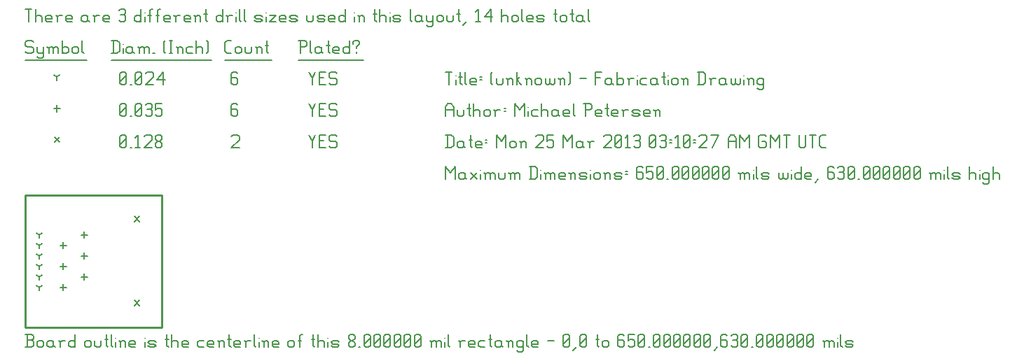
<source format=gbr>
G04 start of page 12 for group -3984 idx -3984 *
G04 Title: (unknown), fab *
G04 Creator: pcb 20110918 *
G04 CreationDate: Mon 25 Mar 2013 03:10:27 AM GMT UTC *
G04 For: railfan *
G04 Format: Gerber/RS-274X *
G04 PCB-Dimensions: 65000 63000 *
G04 PCB-Coordinate-Origin: lower left *
%MOIN*%
%FSLAX25Y25*%
%LNFAB*%
%ADD42C,0.0100*%
%ADD41C,0.0075*%
%ADD40C,0.0060*%
%ADD39C,0.0080*%
G54D39*X51800Y12700D02*X54200Y10300D01*
X51800D02*X54200Y12700D01*
X51800Y52700D02*X54200Y50300D01*
X51800D02*X54200Y52700D01*
X13800Y90450D02*X16200Y88050D01*
X13800D02*X16200Y90450D01*
G54D40*X135000Y91500D02*X136500Y88500D01*
X138000Y91500D01*
X136500Y88500D02*Y85500D01*
X139800Y88800D02*X142050D01*
X139800Y85500D02*X142800D01*
X139800Y91500D02*Y85500D01*
Y91500D02*X142800D01*
X147600D02*X148350Y90750D01*
X145350Y91500D02*X147600D01*
X144600Y90750D02*X145350Y91500D01*
X144600Y90750D02*Y89250D01*
X145350Y88500D01*
X147600D01*
X148350Y87750D01*
Y86250D01*
X147600Y85500D02*X148350Y86250D01*
X145350Y85500D02*X147600D01*
X144600Y86250D02*X145350Y85500D01*
X98000Y90750D02*X98750Y91500D01*
X101000D01*
X101750Y90750D01*
Y89250D01*
X98000Y85500D02*X101750Y89250D01*
X98000Y85500D02*X101750D01*
X45000Y86250D02*X45750Y85500D01*
X45000Y90750D02*Y86250D01*
Y90750D02*X45750Y91500D01*
X47250D01*
X48000Y90750D01*
Y86250D01*
X47250Y85500D02*X48000Y86250D01*
X45750Y85500D02*X47250D01*
X45000Y87000D02*X48000Y90000D01*
X49800Y85500D02*X50550D01*
X52350Y90300D02*X53550Y91500D01*
Y85500D01*
X52350D02*X54600D01*
X56400Y90750D02*X57150Y91500D01*
X59400D01*
X60150Y90750D01*
Y89250D01*
X56400Y85500D02*X60150Y89250D01*
X56400Y85500D02*X60150D01*
X61950Y86250D02*X62700Y85500D01*
X61950Y87450D02*Y86250D01*
Y87450D02*X63000Y88500D01*
X63900D01*
X64950Y87450D01*
Y86250D01*
X64200Y85500D02*X64950Y86250D01*
X62700Y85500D02*X64200D01*
X61950Y89550D02*X63000Y88500D01*
X61950Y90750D02*Y89550D01*
Y90750D02*X62700Y91500D01*
X64200D01*
X64950Y90750D01*
Y89550D01*
X63900Y88500D02*X64950Y89550D01*
X18000Y20600D02*Y17400D01*
X16400Y19000D02*X19600D01*
X28000Y25600D02*Y22400D01*
X26400Y24000D02*X29600D01*
X18000Y30600D02*Y27400D01*
X16400Y29000D02*X19600D01*
X28000Y35600D02*Y32400D01*
X26400Y34000D02*X29600D01*
X18000Y40600D02*Y37400D01*
X16400Y39000D02*X19600D01*
X28000Y45600D02*Y42400D01*
X26400Y44000D02*X29600D01*
X15000Y105850D02*Y102650D01*
X13400Y104250D02*X16600D01*
X135000Y106500D02*X136500Y103500D01*
X138000Y106500D01*
X136500Y103500D02*Y100500D01*
X139800Y103800D02*X142050D01*
X139800Y100500D02*X142800D01*
X139800Y106500D02*Y100500D01*
Y106500D02*X142800D01*
X147600D02*X148350Y105750D01*
X145350Y106500D02*X147600D01*
X144600Y105750D02*X145350Y106500D01*
X144600Y105750D02*Y104250D01*
X145350Y103500D01*
X147600D01*
X148350Y102750D01*
Y101250D01*
X147600Y100500D02*X148350Y101250D01*
X145350Y100500D02*X147600D01*
X144600Y101250D02*X145350Y100500D01*
X100250Y106500D02*X101000Y105750D01*
X98750Y106500D02*X100250D01*
X98000Y105750D02*X98750Y106500D01*
X98000Y105750D02*Y101250D01*
X98750Y100500D01*
X100250Y103800D02*X101000Y103050D01*
X98000Y103800D02*X100250D01*
X98750Y100500D02*X100250D01*
X101000Y101250D01*
Y103050D02*Y101250D01*
X45000D02*X45750Y100500D01*
X45000Y105750D02*Y101250D01*
Y105750D02*X45750Y106500D01*
X47250D01*
X48000Y105750D01*
Y101250D01*
X47250Y100500D02*X48000Y101250D01*
X45750Y100500D02*X47250D01*
X45000Y102000D02*X48000Y105000D01*
X49800Y100500D02*X50550D01*
X52350Y101250D02*X53100Y100500D01*
X52350Y105750D02*Y101250D01*
Y105750D02*X53100Y106500D01*
X54600D01*
X55350Y105750D01*
Y101250D01*
X54600Y100500D02*X55350Y101250D01*
X53100Y100500D02*X54600D01*
X52350Y102000D02*X55350Y105000D01*
X57150Y105750D02*X57900Y106500D01*
X59400D01*
X60150Y105750D01*
X59400Y100500D02*X60150Y101250D01*
X57900Y100500D02*X59400D01*
X57150Y101250D02*X57900Y100500D01*
Y103800D02*X59400D01*
X60150Y105750D02*Y104550D01*
Y103050D02*Y101250D01*
Y103050D02*X59400Y103800D01*
X60150Y104550D02*X59400Y103800D01*
X61950Y106500D02*X64950D01*
X61950D02*Y103500D01*
X62700Y104250D01*
X64200D01*
X64950Y103500D01*
Y101250D01*
X64200Y100500D02*X64950Y101250D01*
X62700Y100500D02*X64200D01*
X61950Y101250D02*X62700Y100500D01*
X6500Y44000D02*Y42400D01*
Y44000D02*X7887Y44800D01*
X6500Y44000D02*X5113Y44800D01*
X6500Y39000D02*Y37400D01*
Y39000D02*X7887Y39800D01*
X6500Y39000D02*X5113Y39800D01*
X6500Y34000D02*Y32400D01*
Y34000D02*X7887Y34800D01*
X6500Y34000D02*X5113Y34800D01*
X6500Y29000D02*Y27400D01*
Y29000D02*X7887Y29800D01*
X6500Y29000D02*X5113Y29800D01*
X6500Y24000D02*Y22400D01*
Y24000D02*X7887Y24800D01*
X6500Y24000D02*X5113Y24800D01*
X6500Y19000D02*Y17400D01*
Y19000D02*X7887Y19800D01*
X6500Y19000D02*X5113Y19800D01*
X15000Y119250D02*Y117650D01*
Y119250D02*X16387Y120050D01*
X15000Y119250D02*X13613Y120050D01*
X135000Y121500D02*X136500Y118500D01*
X138000Y121500D01*
X136500Y118500D02*Y115500D01*
X139800Y118800D02*X142050D01*
X139800Y115500D02*X142800D01*
X139800Y121500D02*Y115500D01*
Y121500D02*X142800D01*
X147600D02*X148350Y120750D01*
X145350Y121500D02*X147600D01*
X144600Y120750D02*X145350Y121500D01*
X144600Y120750D02*Y119250D01*
X145350Y118500D01*
X147600D01*
X148350Y117750D01*
Y116250D01*
X147600Y115500D02*X148350Y116250D01*
X145350Y115500D02*X147600D01*
X144600Y116250D02*X145350Y115500D01*
X100250Y121500D02*X101000Y120750D01*
X98750Y121500D02*X100250D01*
X98000Y120750D02*X98750Y121500D01*
X98000Y120750D02*Y116250D01*
X98750Y115500D01*
X100250Y118800D02*X101000Y118050D01*
X98000Y118800D02*X100250D01*
X98750Y115500D02*X100250D01*
X101000Y116250D01*
Y118050D02*Y116250D01*
X45000D02*X45750Y115500D01*
X45000Y120750D02*Y116250D01*
Y120750D02*X45750Y121500D01*
X47250D01*
X48000Y120750D01*
Y116250D01*
X47250Y115500D02*X48000Y116250D01*
X45750Y115500D02*X47250D01*
X45000Y117000D02*X48000Y120000D01*
X49800Y115500D02*X50550D01*
X52350Y116250D02*X53100Y115500D01*
X52350Y120750D02*Y116250D01*
Y120750D02*X53100Y121500D01*
X54600D01*
X55350Y120750D01*
Y116250D01*
X54600Y115500D02*X55350Y116250D01*
X53100Y115500D02*X54600D01*
X52350Y117000D02*X55350Y120000D01*
X57150Y120750D02*X57900Y121500D01*
X60150D01*
X60900Y120750D01*
Y119250D01*
X57150Y115500D02*X60900Y119250D01*
X57150Y115500D02*X60900D01*
X62700Y117750D02*X65700Y121500D01*
X62700Y117750D02*X66450D01*
X65700Y121500D02*Y115500D01*
X3000Y136500D02*X3750Y135750D01*
X750Y136500D02*X3000D01*
X0Y135750D02*X750Y136500D01*
X0Y135750D02*Y134250D01*
X750Y133500D01*
X3000D01*
X3750Y132750D01*
Y131250D01*
X3000Y130500D02*X3750Y131250D01*
X750Y130500D02*X3000D01*
X0Y131250D02*X750Y130500D01*
X5550Y133500D02*Y131250D01*
X6300Y130500D01*
X8550Y133500D02*Y129000D01*
X7800Y128250D02*X8550Y129000D01*
X6300Y128250D02*X7800D01*
X5550Y129000D02*X6300Y128250D01*
Y130500D02*X7800D01*
X8550Y131250D01*
X11100Y132750D02*Y130500D01*
Y132750D02*X11850Y133500D01*
X12600D01*
X13350Y132750D01*
Y130500D01*
Y132750D02*X14100Y133500D01*
X14850D01*
X15600Y132750D01*
Y130500D01*
X10350Y133500D02*X11100Y132750D01*
X17400Y136500D02*Y130500D01*
Y131250D02*X18150Y130500D01*
X19650D01*
X20400Y131250D01*
Y132750D02*Y131250D01*
X19650Y133500D02*X20400Y132750D01*
X18150Y133500D02*X19650D01*
X17400Y132750D02*X18150Y133500D01*
X22200Y132750D02*Y131250D01*
Y132750D02*X22950Y133500D01*
X24450D01*
X25200Y132750D01*
Y131250D01*
X24450Y130500D02*X25200Y131250D01*
X22950Y130500D02*X24450D01*
X22200Y131250D02*X22950Y130500D01*
X27000Y136500D02*Y131250D01*
X27750Y130500D01*
X0Y127250D02*X29250D01*
X41750Y136500D02*Y130500D01*
X43700Y136500D02*X44750Y135450D01*
Y131550D01*
X43700Y130500D02*X44750Y131550D01*
X41000Y130500D02*X43700D01*
X41000Y136500D02*X43700D01*
G54D41*X46550Y135000D02*Y134850D01*
G54D40*Y132750D02*Y130500D01*
X50300Y133500D02*X51050Y132750D01*
X48800Y133500D02*X50300D01*
X48050Y132750D02*X48800Y133500D01*
X48050Y132750D02*Y131250D01*
X48800Y130500D01*
X51050Y133500D02*Y131250D01*
X51800Y130500D01*
X48800D02*X50300D01*
X51050Y131250D01*
X54350Y132750D02*Y130500D01*
Y132750D02*X55100Y133500D01*
X55850D01*
X56600Y132750D01*
Y130500D01*
Y132750D02*X57350Y133500D01*
X58100D01*
X58850Y132750D01*
Y130500D01*
X53600Y133500D02*X54350Y132750D01*
X60650Y130500D02*X61400D01*
X65900Y131250D02*X66650Y130500D01*
X65900Y135750D02*X66650Y136500D01*
X65900Y135750D02*Y131250D01*
X68450Y136500D02*X69950D01*
X69200D02*Y130500D01*
X68450D02*X69950D01*
X72500Y132750D02*Y130500D01*
Y132750D02*X73250Y133500D01*
X74000D01*
X74750Y132750D01*
Y130500D01*
X71750Y133500D02*X72500Y132750D01*
X77300Y133500D02*X79550D01*
X76550Y132750D02*X77300Y133500D01*
X76550Y132750D02*Y131250D01*
X77300Y130500D01*
X79550D01*
X81350Y136500D02*Y130500D01*
Y132750D02*X82100Y133500D01*
X83600D01*
X84350Y132750D01*
Y130500D01*
X86150Y136500D02*X86900Y135750D01*
Y131250D01*
X86150Y130500D02*X86900Y131250D01*
X41000Y127250D02*X88700D01*
X96050Y130500D02*X98000D01*
X95000Y131550D02*X96050Y130500D01*
X95000Y135450D02*Y131550D01*
Y135450D02*X96050Y136500D01*
X98000D01*
X99800Y132750D02*Y131250D01*
Y132750D02*X100550Y133500D01*
X102050D01*
X102800Y132750D01*
Y131250D01*
X102050Y130500D02*X102800Y131250D01*
X100550Y130500D02*X102050D01*
X99800Y131250D02*X100550Y130500D01*
X104600Y133500D02*Y131250D01*
X105350Y130500D01*
X106850D01*
X107600Y131250D01*
Y133500D02*Y131250D01*
X110150Y132750D02*Y130500D01*
Y132750D02*X110900Y133500D01*
X111650D01*
X112400Y132750D01*
Y130500D01*
X109400Y133500D02*X110150Y132750D01*
X114950Y136500D02*Y131250D01*
X115700Y130500D01*
X114200Y134250D02*X115700D01*
X95000Y127250D02*X117200D01*
X130750Y136500D02*Y130500D01*
X130000Y136500D02*X133000D01*
X133750Y135750D01*
Y134250D01*
X133000Y133500D02*X133750Y134250D01*
X130750Y133500D02*X133000D01*
X135550Y136500D02*Y131250D01*
X136300Y130500D01*
X140050Y133500D02*X140800Y132750D01*
X138550Y133500D02*X140050D01*
X137800Y132750D02*X138550Y133500D01*
X137800Y132750D02*Y131250D01*
X138550Y130500D01*
X140800Y133500D02*Y131250D01*
X141550Y130500D01*
X138550D02*X140050D01*
X140800Y131250D01*
X144100Y136500D02*Y131250D01*
X144850Y130500D01*
X143350Y134250D02*X144850D01*
X147100Y130500D02*X149350D01*
X146350Y131250D02*X147100Y130500D01*
X146350Y132750D02*Y131250D01*
Y132750D02*X147100Y133500D01*
X148600D01*
X149350Y132750D01*
X146350Y132000D02*X149350D01*
Y132750D02*Y132000D01*
X154150Y136500D02*Y130500D01*
X153400D02*X154150Y131250D01*
X151900Y130500D02*X153400D01*
X151150Y131250D02*X151900Y130500D01*
X151150Y132750D02*Y131250D01*
Y132750D02*X151900Y133500D01*
X153400D01*
X154150Y132750D01*
X157450Y133500D02*Y132750D01*
Y131250D02*Y130500D01*
X155950Y135750D02*Y135000D01*
Y135750D02*X156700Y136500D01*
X158200D01*
X158950Y135750D01*
Y135000D01*
X157450Y133500D02*X158950Y135000D01*
X130000Y127250D02*X160750D01*
X0Y151500D02*X3000D01*
X1500D02*Y145500D01*
X4800Y151500D02*Y145500D01*
Y147750D02*X5550Y148500D01*
X7050D01*
X7800Y147750D01*
Y145500D01*
X10350D02*X12600D01*
X9600Y146250D02*X10350Y145500D01*
X9600Y147750D02*Y146250D01*
Y147750D02*X10350Y148500D01*
X11850D01*
X12600Y147750D01*
X9600Y147000D02*X12600D01*
Y147750D02*Y147000D01*
X15150Y147750D02*Y145500D01*
Y147750D02*X15900Y148500D01*
X17400D01*
X14400D02*X15150Y147750D01*
X19950Y145500D02*X22200D01*
X19200Y146250D02*X19950Y145500D01*
X19200Y147750D02*Y146250D01*
Y147750D02*X19950Y148500D01*
X21450D01*
X22200Y147750D01*
X19200Y147000D02*X22200D01*
Y147750D02*Y147000D01*
X28950Y148500D02*X29700Y147750D01*
X27450Y148500D02*X28950D01*
X26700Y147750D02*X27450Y148500D01*
X26700Y147750D02*Y146250D01*
X27450Y145500D01*
X29700Y148500D02*Y146250D01*
X30450Y145500D01*
X27450D02*X28950D01*
X29700Y146250D01*
X33000Y147750D02*Y145500D01*
Y147750D02*X33750Y148500D01*
X35250D01*
X32250D02*X33000Y147750D01*
X37800Y145500D02*X40050D01*
X37050Y146250D02*X37800Y145500D01*
X37050Y147750D02*Y146250D01*
Y147750D02*X37800Y148500D01*
X39300D01*
X40050Y147750D01*
X37050Y147000D02*X40050D01*
Y147750D02*Y147000D01*
X44550Y150750D02*X45300Y151500D01*
X46800D01*
X47550Y150750D01*
X46800Y145500D02*X47550Y146250D01*
X45300Y145500D02*X46800D01*
X44550Y146250D02*X45300Y145500D01*
Y148800D02*X46800D01*
X47550Y150750D02*Y149550D01*
Y148050D02*Y146250D01*
Y148050D02*X46800Y148800D01*
X47550Y149550D02*X46800Y148800D01*
X55050Y151500D02*Y145500D01*
X54300D02*X55050Y146250D01*
X52800Y145500D02*X54300D01*
X52050Y146250D02*X52800Y145500D01*
X52050Y147750D02*Y146250D01*
Y147750D02*X52800Y148500D01*
X54300D01*
X55050Y147750D01*
G54D41*X56850Y150000D02*Y149850D01*
G54D40*Y147750D02*Y145500D01*
X59100Y150750D02*Y145500D01*
Y150750D02*X59850Y151500D01*
X60600D01*
X58350Y148500D02*X59850D01*
X62850Y150750D02*Y145500D01*
Y150750D02*X63600Y151500D01*
X64350D01*
X62100Y148500D02*X63600D01*
X66600Y145500D02*X68850D01*
X65850Y146250D02*X66600Y145500D01*
X65850Y147750D02*Y146250D01*
Y147750D02*X66600Y148500D01*
X68100D01*
X68850Y147750D01*
X65850Y147000D02*X68850D01*
Y147750D02*Y147000D01*
X71400Y147750D02*Y145500D01*
Y147750D02*X72150Y148500D01*
X73650D01*
X70650D02*X71400Y147750D01*
X76200Y145500D02*X78450D01*
X75450Y146250D02*X76200Y145500D01*
X75450Y147750D02*Y146250D01*
Y147750D02*X76200Y148500D01*
X77700D01*
X78450Y147750D01*
X75450Y147000D02*X78450D01*
Y147750D02*Y147000D01*
X81000Y147750D02*Y145500D01*
Y147750D02*X81750Y148500D01*
X82500D01*
X83250Y147750D01*
Y145500D01*
X80250Y148500D02*X81000Y147750D01*
X85800Y151500D02*Y146250D01*
X86550Y145500D01*
X85050Y149250D02*X86550D01*
X93750Y151500D02*Y145500D01*
X93000D02*X93750Y146250D01*
X91500Y145500D02*X93000D01*
X90750Y146250D02*X91500Y145500D01*
X90750Y147750D02*Y146250D01*
Y147750D02*X91500Y148500D01*
X93000D01*
X93750Y147750D01*
X96300D02*Y145500D01*
Y147750D02*X97050Y148500D01*
X98550D01*
X95550D02*X96300Y147750D01*
G54D41*X100350Y150000D02*Y149850D01*
G54D40*Y147750D02*Y145500D01*
X101850Y151500D02*Y146250D01*
X102600Y145500D01*
X104100Y151500D02*Y146250D01*
X104850Y145500D01*
X109800D02*X112050D01*
X112800Y146250D01*
X112050Y147000D02*X112800Y146250D01*
X109800Y147000D02*X112050D01*
X109050Y147750D02*X109800Y147000D01*
X109050Y147750D02*X109800Y148500D01*
X112050D01*
X112800Y147750D01*
X109050Y146250D02*X109800Y145500D01*
G54D41*X114600Y150000D02*Y149850D01*
G54D40*Y147750D02*Y145500D01*
X116100Y148500D02*X119100D01*
X116100Y145500D02*X119100Y148500D01*
X116100Y145500D02*X119100D01*
X121650D02*X123900D01*
X120900Y146250D02*X121650Y145500D01*
X120900Y147750D02*Y146250D01*
Y147750D02*X121650Y148500D01*
X123150D01*
X123900Y147750D01*
X120900Y147000D02*X123900D01*
Y147750D02*Y147000D01*
X126450Y145500D02*X128700D01*
X129450Y146250D01*
X128700Y147000D02*X129450Y146250D01*
X126450Y147000D02*X128700D01*
X125700Y147750D02*X126450Y147000D01*
X125700Y147750D02*X126450Y148500D01*
X128700D01*
X129450Y147750D01*
X125700Y146250D02*X126450Y145500D01*
X133950Y148500D02*Y146250D01*
X134700Y145500D01*
X136200D01*
X136950Y146250D01*
Y148500D02*Y146250D01*
X139500Y145500D02*X141750D01*
X142500Y146250D01*
X141750Y147000D02*X142500Y146250D01*
X139500Y147000D02*X141750D01*
X138750Y147750D02*X139500Y147000D01*
X138750Y147750D02*X139500Y148500D01*
X141750D01*
X142500Y147750D01*
X138750Y146250D02*X139500Y145500D01*
X145050D02*X147300D01*
X144300Y146250D02*X145050Y145500D01*
X144300Y147750D02*Y146250D01*
Y147750D02*X145050Y148500D01*
X146550D01*
X147300Y147750D01*
X144300Y147000D02*X147300D01*
Y147750D02*Y147000D01*
X152100Y151500D02*Y145500D01*
X151350D02*X152100Y146250D01*
X149850Y145500D02*X151350D01*
X149100Y146250D02*X149850Y145500D01*
X149100Y147750D02*Y146250D01*
Y147750D02*X149850Y148500D01*
X151350D01*
X152100Y147750D01*
G54D41*X156600Y150000D02*Y149850D01*
G54D40*Y147750D02*Y145500D01*
X158850Y147750D02*Y145500D01*
Y147750D02*X159600Y148500D01*
X160350D01*
X161100Y147750D01*
Y145500D01*
X158100Y148500D02*X158850Y147750D01*
X166350Y151500D02*Y146250D01*
X167100Y145500D01*
X165600Y149250D02*X167100D01*
X168600Y151500D02*Y145500D01*
Y147750D02*X169350Y148500D01*
X170850D01*
X171600Y147750D01*
Y145500D01*
G54D41*X173400Y150000D02*Y149850D01*
G54D40*Y147750D02*Y145500D01*
X175650D02*X177900D01*
X178650Y146250D01*
X177900Y147000D02*X178650Y146250D01*
X175650Y147000D02*X177900D01*
X174900Y147750D02*X175650Y147000D01*
X174900Y147750D02*X175650Y148500D01*
X177900D01*
X178650Y147750D01*
X174900Y146250D02*X175650Y145500D01*
X183150Y151500D02*Y146250D01*
X183900Y145500D01*
X187650Y148500D02*X188400Y147750D01*
X186150Y148500D02*X187650D01*
X185400Y147750D02*X186150Y148500D01*
X185400Y147750D02*Y146250D01*
X186150Y145500D01*
X188400Y148500D02*Y146250D01*
X189150Y145500D01*
X186150D02*X187650D01*
X188400Y146250D01*
X190950Y148500D02*Y146250D01*
X191700Y145500D01*
X193950Y148500D02*Y144000D01*
X193200Y143250D02*X193950Y144000D01*
X191700Y143250D02*X193200D01*
X190950Y144000D02*X191700Y143250D01*
Y145500D02*X193200D01*
X193950Y146250D01*
X195750Y147750D02*Y146250D01*
Y147750D02*X196500Y148500D01*
X198000D01*
X198750Y147750D01*
Y146250D01*
X198000Y145500D02*X198750Y146250D01*
X196500Y145500D02*X198000D01*
X195750Y146250D02*X196500Y145500D01*
X200550Y148500D02*Y146250D01*
X201300Y145500D01*
X202800D01*
X203550Y146250D01*
Y148500D02*Y146250D01*
X206100Y151500D02*Y146250D01*
X206850Y145500D01*
X205350Y149250D02*X206850D01*
X208350Y144000D02*X209850Y145500D01*
X214350Y150300D02*X215550Y151500D01*
Y145500D01*
X214350D02*X216600D01*
X218400Y147750D02*X221400Y151500D01*
X218400Y147750D02*X222150D01*
X221400Y151500D02*Y145500D01*
X226650Y151500D02*Y145500D01*
Y147750D02*X227400Y148500D01*
X228900D01*
X229650Y147750D01*
Y145500D01*
X231450Y147750D02*Y146250D01*
Y147750D02*X232200Y148500D01*
X233700D01*
X234450Y147750D01*
Y146250D01*
X233700Y145500D02*X234450Y146250D01*
X232200Y145500D02*X233700D01*
X231450Y146250D02*X232200Y145500D01*
X236250Y151500D02*Y146250D01*
X237000Y145500D01*
X239250D02*X241500D01*
X238500Y146250D02*X239250Y145500D01*
X238500Y147750D02*Y146250D01*
Y147750D02*X239250Y148500D01*
X240750D01*
X241500Y147750D01*
X238500Y147000D02*X241500D01*
Y147750D02*Y147000D01*
X244050Y145500D02*X246300D01*
X247050Y146250D01*
X246300Y147000D02*X247050Y146250D01*
X244050Y147000D02*X246300D01*
X243300Y147750D02*X244050Y147000D01*
X243300Y147750D02*X244050Y148500D01*
X246300D01*
X247050Y147750D01*
X243300Y146250D02*X244050Y145500D01*
X252300Y151500D02*Y146250D01*
X253050Y145500D01*
X251550Y149250D02*X253050D01*
X254550Y147750D02*Y146250D01*
Y147750D02*X255300Y148500D01*
X256800D01*
X257550Y147750D01*
Y146250D01*
X256800Y145500D02*X257550Y146250D01*
X255300Y145500D02*X256800D01*
X254550Y146250D02*X255300Y145500D01*
X260100Y151500D02*Y146250D01*
X260850Y145500D01*
X259350Y149250D02*X260850D01*
X264600Y148500D02*X265350Y147750D01*
X263100Y148500D02*X264600D01*
X262350Y147750D02*X263100Y148500D01*
X262350Y147750D02*Y146250D01*
X263100Y145500D01*
X265350Y148500D02*Y146250D01*
X266100Y145500D01*
X263100D02*X264600D01*
X265350Y146250D01*
X267900Y151500D02*Y146250D01*
X268650Y145500D01*
G54D42*X0Y63000D02*X65000D01*
X0D02*Y0D01*
X65000Y63000D02*Y0D01*
X0D02*X65000D01*
G54D40*X200000Y76500D02*Y70500D01*
Y76500D02*X202250Y73500D01*
X204500Y76500D01*
Y70500D01*
X208550Y73500D02*X209300Y72750D01*
X207050Y73500D02*X208550D01*
X206300Y72750D02*X207050Y73500D01*
X206300Y72750D02*Y71250D01*
X207050Y70500D01*
X209300Y73500D02*Y71250D01*
X210050Y70500D01*
X207050D02*X208550D01*
X209300Y71250D01*
X211850Y73500D02*X214850Y70500D01*
X211850D02*X214850Y73500D01*
G54D41*X216650Y75000D02*Y74850D01*
G54D40*Y72750D02*Y70500D01*
X218900Y72750D02*Y70500D01*
Y72750D02*X219650Y73500D01*
X220400D01*
X221150Y72750D01*
Y70500D01*
Y72750D02*X221900Y73500D01*
X222650D01*
X223400Y72750D01*
Y70500D01*
X218150Y73500D02*X218900Y72750D01*
X225200Y73500D02*Y71250D01*
X225950Y70500D01*
X227450D01*
X228200Y71250D01*
Y73500D02*Y71250D01*
X230750Y72750D02*Y70500D01*
Y72750D02*X231500Y73500D01*
X232250D01*
X233000Y72750D01*
Y70500D01*
Y72750D02*X233750Y73500D01*
X234500D01*
X235250Y72750D01*
Y70500D01*
X230000Y73500D02*X230750Y72750D01*
X240500Y76500D02*Y70500D01*
X242450Y76500D02*X243500Y75450D01*
Y71550D01*
X242450Y70500D02*X243500Y71550D01*
X239750Y70500D02*X242450D01*
X239750Y76500D02*X242450D01*
G54D41*X245300Y75000D02*Y74850D01*
G54D40*Y72750D02*Y70500D01*
X247550Y72750D02*Y70500D01*
Y72750D02*X248300Y73500D01*
X249050D01*
X249800Y72750D01*
Y70500D01*
Y72750D02*X250550Y73500D01*
X251300D01*
X252050Y72750D01*
Y70500D01*
X246800Y73500D02*X247550Y72750D01*
X254600Y70500D02*X256850D01*
X253850Y71250D02*X254600Y70500D01*
X253850Y72750D02*Y71250D01*
Y72750D02*X254600Y73500D01*
X256100D01*
X256850Y72750D01*
X253850Y72000D02*X256850D01*
Y72750D02*Y72000D01*
X259400Y72750D02*Y70500D01*
Y72750D02*X260150Y73500D01*
X260900D01*
X261650Y72750D01*
Y70500D01*
X258650Y73500D02*X259400Y72750D01*
X264200Y70500D02*X266450D01*
X267200Y71250D01*
X266450Y72000D02*X267200Y71250D01*
X264200Y72000D02*X266450D01*
X263450Y72750D02*X264200Y72000D01*
X263450Y72750D02*X264200Y73500D01*
X266450D01*
X267200Y72750D01*
X263450Y71250D02*X264200Y70500D01*
G54D41*X269000Y75000D02*Y74850D01*
G54D40*Y72750D02*Y70500D01*
X270500Y72750D02*Y71250D01*
Y72750D02*X271250Y73500D01*
X272750D01*
X273500Y72750D01*
Y71250D01*
X272750Y70500D02*X273500Y71250D01*
X271250Y70500D02*X272750D01*
X270500Y71250D02*X271250Y70500D01*
X276050Y72750D02*Y70500D01*
Y72750D02*X276800Y73500D01*
X277550D01*
X278300Y72750D01*
Y70500D01*
X275300Y73500D02*X276050Y72750D01*
X280850Y70500D02*X283100D01*
X283850Y71250D01*
X283100Y72000D02*X283850Y71250D01*
X280850Y72000D02*X283100D01*
X280100Y72750D02*X280850Y72000D01*
X280100Y72750D02*X280850Y73500D01*
X283100D01*
X283850Y72750D01*
X280100Y71250D02*X280850Y70500D01*
X285650Y74250D02*X286400D01*
X285650Y72750D02*X286400D01*
X293150Y76500D02*X293900Y75750D01*
X291650Y76500D02*X293150D01*
X290900Y75750D02*X291650Y76500D01*
X290900Y75750D02*Y71250D01*
X291650Y70500D01*
X293150Y73800D02*X293900Y73050D01*
X290900Y73800D02*X293150D01*
X291650Y70500D02*X293150D01*
X293900Y71250D01*
Y73050D02*Y71250D01*
X295700Y76500D02*X298700D01*
X295700D02*Y73500D01*
X296450Y74250D01*
X297950D01*
X298700Y73500D01*
Y71250D01*
X297950Y70500D02*X298700Y71250D01*
X296450Y70500D02*X297950D01*
X295700Y71250D02*X296450Y70500D01*
X300500Y71250D02*X301250Y70500D01*
X300500Y75750D02*Y71250D01*
Y75750D02*X301250Y76500D01*
X302750D01*
X303500Y75750D01*
Y71250D01*
X302750Y70500D02*X303500Y71250D01*
X301250Y70500D02*X302750D01*
X300500Y72000D02*X303500Y75000D01*
X305300Y70500D02*X306050D01*
X307850Y71250D02*X308600Y70500D01*
X307850Y75750D02*Y71250D01*
Y75750D02*X308600Y76500D01*
X310100D01*
X310850Y75750D01*
Y71250D01*
X310100Y70500D02*X310850Y71250D01*
X308600Y70500D02*X310100D01*
X307850Y72000D02*X310850Y75000D01*
X312650Y71250D02*X313400Y70500D01*
X312650Y75750D02*Y71250D01*
Y75750D02*X313400Y76500D01*
X314900D01*
X315650Y75750D01*
Y71250D01*
X314900Y70500D02*X315650Y71250D01*
X313400Y70500D02*X314900D01*
X312650Y72000D02*X315650Y75000D01*
X317450Y71250D02*X318200Y70500D01*
X317450Y75750D02*Y71250D01*
Y75750D02*X318200Y76500D01*
X319700D01*
X320450Y75750D01*
Y71250D01*
X319700Y70500D02*X320450Y71250D01*
X318200Y70500D02*X319700D01*
X317450Y72000D02*X320450Y75000D01*
X322250Y71250D02*X323000Y70500D01*
X322250Y75750D02*Y71250D01*
Y75750D02*X323000Y76500D01*
X324500D01*
X325250Y75750D01*
Y71250D01*
X324500Y70500D02*X325250Y71250D01*
X323000Y70500D02*X324500D01*
X322250Y72000D02*X325250Y75000D01*
X327050Y71250D02*X327800Y70500D01*
X327050Y75750D02*Y71250D01*
Y75750D02*X327800Y76500D01*
X329300D01*
X330050Y75750D01*
Y71250D01*
X329300Y70500D02*X330050Y71250D01*
X327800Y70500D02*X329300D01*
X327050Y72000D02*X330050Y75000D01*
X331850Y71250D02*X332600Y70500D01*
X331850Y75750D02*Y71250D01*
Y75750D02*X332600Y76500D01*
X334100D01*
X334850Y75750D01*
Y71250D01*
X334100Y70500D02*X334850Y71250D01*
X332600Y70500D02*X334100D01*
X331850Y72000D02*X334850Y75000D01*
X340100Y72750D02*Y70500D01*
Y72750D02*X340850Y73500D01*
X341600D01*
X342350Y72750D01*
Y70500D01*
Y72750D02*X343100Y73500D01*
X343850D01*
X344600Y72750D01*
Y70500D01*
X339350Y73500D02*X340100Y72750D01*
G54D41*X346400Y75000D02*Y74850D01*
G54D40*Y72750D02*Y70500D01*
X347900Y76500D02*Y71250D01*
X348650Y70500D01*
X350900D02*X353150D01*
X353900Y71250D01*
X353150Y72000D02*X353900Y71250D01*
X350900Y72000D02*X353150D01*
X350150Y72750D02*X350900Y72000D01*
X350150Y72750D02*X350900Y73500D01*
X353150D01*
X353900Y72750D01*
X350150Y71250D02*X350900Y70500D01*
X358400Y73500D02*Y71250D01*
X359150Y70500D01*
X359900D01*
X360650Y71250D01*
Y73500D02*Y71250D01*
X361400Y70500D01*
X362150D01*
X362900Y71250D01*
Y73500D02*Y71250D01*
G54D41*X364700Y75000D02*Y74850D01*
G54D40*Y72750D02*Y70500D01*
X369200Y76500D02*Y70500D01*
X368450D02*X369200Y71250D01*
X366950Y70500D02*X368450D01*
X366200Y71250D02*X366950Y70500D01*
X366200Y72750D02*Y71250D01*
Y72750D02*X366950Y73500D01*
X368450D01*
X369200Y72750D01*
X371750Y70500D02*X374000D01*
X371000Y71250D02*X371750Y70500D01*
X371000Y72750D02*Y71250D01*
Y72750D02*X371750Y73500D01*
X373250D01*
X374000Y72750D01*
X371000Y72000D02*X374000D01*
Y72750D02*Y72000D01*
X375800Y69000D02*X377300Y70500D01*
X384050Y76500D02*X384800Y75750D01*
X382550Y76500D02*X384050D01*
X381800Y75750D02*X382550Y76500D01*
X381800Y75750D02*Y71250D01*
X382550Y70500D01*
X384050Y73800D02*X384800Y73050D01*
X381800Y73800D02*X384050D01*
X382550Y70500D02*X384050D01*
X384800Y71250D01*
Y73050D02*Y71250D01*
X386600Y75750D02*X387350Y76500D01*
X388850D01*
X389600Y75750D01*
X388850Y70500D02*X389600Y71250D01*
X387350Y70500D02*X388850D01*
X386600Y71250D02*X387350Y70500D01*
Y73800D02*X388850D01*
X389600Y75750D02*Y74550D01*
Y73050D02*Y71250D01*
Y73050D02*X388850Y73800D01*
X389600Y74550D02*X388850Y73800D01*
X391400Y71250D02*X392150Y70500D01*
X391400Y75750D02*Y71250D01*
Y75750D02*X392150Y76500D01*
X393650D01*
X394400Y75750D01*
Y71250D01*
X393650Y70500D02*X394400Y71250D01*
X392150Y70500D02*X393650D01*
X391400Y72000D02*X394400Y75000D01*
X396200Y70500D02*X396950D01*
X398750Y71250D02*X399500Y70500D01*
X398750Y75750D02*Y71250D01*
Y75750D02*X399500Y76500D01*
X401000D01*
X401750Y75750D01*
Y71250D01*
X401000Y70500D02*X401750Y71250D01*
X399500Y70500D02*X401000D01*
X398750Y72000D02*X401750Y75000D01*
X403550Y71250D02*X404300Y70500D01*
X403550Y75750D02*Y71250D01*
Y75750D02*X404300Y76500D01*
X405800D01*
X406550Y75750D01*
Y71250D01*
X405800Y70500D02*X406550Y71250D01*
X404300Y70500D02*X405800D01*
X403550Y72000D02*X406550Y75000D01*
X408350Y71250D02*X409100Y70500D01*
X408350Y75750D02*Y71250D01*
Y75750D02*X409100Y76500D01*
X410600D01*
X411350Y75750D01*
Y71250D01*
X410600Y70500D02*X411350Y71250D01*
X409100Y70500D02*X410600D01*
X408350Y72000D02*X411350Y75000D01*
X413150Y71250D02*X413900Y70500D01*
X413150Y75750D02*Y71250D01*
Y75750D02*X413900Y76500D01*
X415400D01*
X416150Y75750D01*
Y71250D01*
X415400Y70500D02*X416150Y71250D01*
X413900Y70500D02*X415400D01*
X413150Y72000D02*X416150Y75000D01*
X417950Y71250D02*X418700Y70500D01*
X417950Y75750D02*Y71250D01*
Y75750D02*X418700Y76500D01*
X420200D01*
X420950Y75750D01*
Y71250D01*
X420200Y70500D02*X420950Y71250D01*
X418700Y70500D02*X420200D01*
X417950Y72000D02*X420950Y75000D01*
X422750Y71250D02*X423500Y70500D01*
X422750Y75750D02*Y71250D01*
Y75750D02*X423500Y76500D01*
X425000D01*
X425750Y75750D01*
Y71250D01*
X425000Y70500D02*X425750Y71250D01*
X423500Y70500D02*X425000D01*
X422750Y72000D02*X425750Y75000D01*
X431000Y72750D02*Y70500D01*
Y72750D02*X431750Y73500D01*
X432500D01*
X433250Y72750D01*
Y70500D01*
Y72750D02*X434000Y73500D01*
X434750D01*
X435500Y72750D01*
Y70500D01*
X430250Y73500D02*X431000Y72750D01*
G54D41*X437300Y75000D02*Y74850D01*
G54D40*Y72750D02*Y70500D01*
X438800Y76500D02*Y71250D01*
X439550Y70500D01*
X441800D02*X444050D01*
X444800Y71250D01*
X444050Y72000D02*X444800Y71250D01*
X441800Y72000D02*X444050D01*
X441050Y72750D02*X441800Y72000D01*
X441050Y72750D02*X441800Y73500D01*
X444050D01*
X444800Y72750D01*
X441050Y71250D02*X441800Y70500D01*
X449300Y76500D02*Y70500D01*
Y72750D02*X450050Y73500D01*
X451550D01*
X452300Y72750D01*
Y70500D01*
G54D41*X454100Y75000D02*Y74850D01*
G54D40*Y72750D02*Y70500D01*
X457850Y73500D02*X458600Y72750D01*
X456350Y73500D02*X457850D01*
X455600Y72750D02*X456350Y73500D01*
X455600Y72750D02*Y71250D01*
X456350Y70500D01*
X457850D01*
X458600Y71250D01*
X455600Y69000D02*X456350Y68250D01*
X457850D01*
X458600Y69000D01*
Y73500D02*Y69000D01*
X460400Y76500D02*Y70500D01*
Y72750D02*X461150Y73500D01*
X462650D01*
X463400Y72750D01*
Y70500D01*
X0Y-9500D02*X3000D01*
X3750Y-8750D01*
Y-6950D02*Y-8750D01*
X3000Y-6200D02*X3750Y-6950D01*
X750Y-6200D02*X3000D01*
X750Y-3500D02*Y-9500D01*
X0Y-3500D02*X3000D01*
X3750Y-4250D01*
Y-5450D01*
X3000Y-6200D02*X3750Y-5450D01*
X5550Y-7250D02*Y-8750D01*
Y-7250D02*X6300Y-6500D01*
X7800D01*
X8550Y-7250D01*
Y-8750D01*
X7800Y-9500D02*X8550Y-8750D01*
X6300Y-9500D02*X7800D01*
X5550Y-8750D02*X6300Y-9500D01*
X12600Y-6500D02*X13350Y-7250D01*
X11100Y-6500D02*X12600D01*
X10350Y-7250D02*X11100Y-6500D01*
X10350Y-7250D02*Y-8750D01*
X11100Y-9500D01*
X13350Y-6500D02*Y-8750D01*
X14100Y-9500D01*
X11100D02*X12600D01*
X13350Y-8750D01*
X16650Y-7250D02*Y-9500D01*
Y-7250D02*X17400Y-6500D01*
X18900D01*
X15900D02*X16650Y-7250D01*
X23700Y-3500D02*Y-9500D01*
X22950D02*X23700Y-8750D01*
X21450Y-9500D02*X22950D01*
X20700Y-8750D02*X21450Y-9500D01*
X20700Y-7250D02*Y-8750D01*
Y-7250D02*X21450Y-6500D01*
X22950D01*
X23700Y-7250D01*
X28200D02*Y-8750D01*
Y-7250D02*X28950Y-6500D01*
X30450D01*
X31200Y-7250D01*
Y-8750D01*
X30450Y-9500D02*X31200Y-8750D01*
X28950Y-9500D02*X30450D01*
X28200Y-8750D02*X28950Y-9500D01*
X33000Y-6500D02*Y-8750D01*
X33750Y-9500D01*
X35250D01*
X36000Y-8750D01*
Y-6500D02*Y-8750D01*
X38550Y-3500D02*Y-8750D01*
X39300Y-9500D01*
X37800Y-5750D02*X39300D01*
X40800Y-3500D02*Y-8750D01*
X41550Y-9500D01*
G54D41*X43050Y-5000D02*Y-5150D01*
G54D40*Y-7250D02*Y-9500D01*
X45300Y-7250D02*Y-9500D01*
Y-7250D02*X46050Y-6500D01*
X46800D01*
X47550Y-7250D01*
Y-9500D01*
X44550Y-6500D02*X45300Y-7250D01*
X50100Y-9500D02*X52350D01*
X49350Y-8750D02*X50100Y-9500D01*
X49350Y-7250D02*Y-8750D01*
Y-7250D02*X50100Y-6500D01*
X51600D01*
X52350Y-7250D01*
X49350Y-8000D02*X52350D01*
Y-7250D02*Y-8000D01*
G54D41*X56850Y-5000D02*Y-5150D01*
G54D40*Y-7250D02*Y-9500D01*
X59100D02*X61350D01*
X62100Y-8750D01*
X61350Y-8000D02*X62100Y-8750D01*
X59100Y-8000D02*X61350D01*
X58350Y-7250D02*X59100Y-8000D01*
X58350Y-7250D02*X59100Y-6500D01*
X61350D01*
X62100Y-7250D01*
X58350Y-8750D02*X59100Y-9500D01*
X67350Y-3500D02*Y-8750D01*
X68100Y-9500D01*
X66600Y-5750D02*X68100D01*
X69600Y-3500D02*Y-9500D01*
Y-7250D02*X70350Y-6500D01*
X71850D01*
X72600Y-7250D01*
Y-9500D01*
X75150D02*X77400D01*
X74400Y-8750D02*X75150Y-9500D01*
X74400Y-7250D02*Y-8750D01*
Y-7250D02*X75150Y-6500D01*
X76650D01*
X77400Y-7250D01*
X74400Y-8000D02*X77400D01*
Y-7250D02*Y-8000D01*
X82650Y-6500D02*X84900D01*
X81900Y-7250D02*X82650Y-6500D01*
X81900Y-7250D02*Y-8750D01*
X82650Y-9500D01*
X84900D01*
X87450D02*X89700D01*
X86700Y-8750D02*X87450Y-9500D01*
X86700Y-7250D02*Y-8750D01*
Y-7250D02*X87450Y-6500D01*
X88950D01*
X89700Y-7250D01*
X86700Y-8000D02*X89700D01*
Y-7250D02*Y-8000D01*
X92250Y-7250D02*Y-9500D01*
Y-7250D02*X93000Y-6500D01*
X93750D01*
X94500Y-7250D01*
Y-9500D01*
X91500Y-6500D02*X92250Y-7250D01*
X97050Y-3500D02*Y-8750D01*
X97800Y-9500D01*
X96300Y-5750D02*X97800D01*
X100050Y-9500D02*X102300D01*
X99300Y-8750D02*X100050Y-9500D01*
X99300Y-7250D02*Y-8750D01*
Y-7250D02*X100050Y-6500D01*
X101550D01*
X102300Y-7250D01*
X99300Y-8000D02*X102300D01*
Y-7250D02*Y-8000D01*
X104850Y-7250D02*Y-9500D01*
Y-7250D02*X105600Y-6500D01*
X107100D01*
X104100D02*X104850Y-7250D01*
X108900Y-3500D02*Y-8750D01*
X109650Y-9500D01*
G54D41*X111150Y-5000D02*Y-5150D01*
G54D40*Y-7250D02*Y-9500D01*
X113400Y-7250D02*Y-9500D01*
Y-7250D02*X114150Y-6500D01*
X114900D01*
X115650Y-7250D01*
Y-9500D01*
X112650Y-6500D02*X113400Y-7250D01*
X118200Y-9500D02*X120450D01*
X117450Y-8750D02*X118200Y-9500D01*
X117450Y-7250D02*Y-8750D01*
Y-7250D02*X118200Y-6500D01*
X119700D01*
X120450Y-7250D01*
X117450Y-8000D02*X120450D01*
Y-7250D02*Y-8000D01*
X124950Y-7250D02*Y-8750D01*
Y-7250D02*X125700Y-6500D01*
X127200D01*
X127950Y-7250D01*
Y-8750D01*
X127200Y-9500D02*X127950Y-8750D01*
X125700Y-9500D02*X127200D01*
X124950Y-8750D02*X125700Y-9500D01*
X130500Y-4250D02*Y-9500D01*
Y-4250D02*X131250Y-3500D01*
X132000D01*
X129750Y-6500D02*X131250D01*
X136950Y-3500D02*Y-8750D01*
X137700Y-9500D01*
X136200Y-5750D02*X137700D01*
X139200Y-3500D02*Y-9500D01*
Y-7250D02*X139950Y-6500D01*
X141450D01*
X142200Y-7250D01*
Y-9500D01*
G54D41*X144000Y-5000D02*Y-5150D01*
G54D40*Y-7250D02*Y-9500D01*
X146250D02*X148500D01*
X149250Y-8750D01*
X148500Y-8000D02*X149250Y-8750D01*
X146250Y-8000D02*X148500D01*
X145500Y-7250D02*X146250Y-8000D01*
X145500Y-7250D02*X146250Y-6500D01*
X148500D01*
X149250Y-7250D01*
X145500Y-8750D02*X146250Y-9500D01*
X153750Y-8750D02*X154500Y-9500D01*
X153750Y-7550D02*Y-8750D01*
Y-7550D02*X154800Y-6500D01*
X155700D01*
X156750Y-7550D01*
Y-8750D01*
X156000Y-9500D02*X156750Y-8750D01*
X154500Y-9500D02*X156000D01*
X153750Y-5450D02*X154800Y-6500D01*
X153750Y-4250D02*Y-5450D01*
Y-4250D02*X154500Y-3500D01*
X156000D01*
X156750Y-4250D01*
Y-5450D01*
X155700Y-6500D02*X156750Y-5450D01*
X158550Y-9500D02*X159300D01*
X161100Y-8750D02*X161850Y-9500D01*
X161100Y-4250D02*Y-8750D01*
Y-4250D02*X161850Y-3500D01*
X163350D01*
X164100Y-4250D01*
Y-8750D01*
X163350Y-9500D02*X164100Y-8750D01*
X161850Y-9500D02*X163350D01*
X161100Y-8000D02*X164100Y-5000D01*
X165900Y-8750D02*X166650Y-9500D01*
X165900Y-4250D02*Y-8750D01*
Y-4250D02*X166650Y-3500D01*
X168150D01*
X168900Y-4250D01*
Y-8750D01*
X168150Y-9500D02*X168900Y-8750D01*
X166650Y-9500D02*X168150D01*
X165900Y-8000D02*X168900Y-5000D01*
X170700Y-8750D02*X171450Y-9500D01*
X170700Y-4250D02*Y-8750D01*
Y-4250D02*X171450Y-3500D01*
X172950D01*
X173700Y-4250D01*
Y-8750D01*
X172950Y-9500D02*X173700Y-8750D01*
X171450Y-9500D02*X172950D01*
X170700Y-8000D02*X173700Y-5000D01*
X175500Y-8750D02*X176250Y-9500D01*
X175500Y-4250D02*Y-8750D01*
Y-4250D02*X176250Y-3500D01*
X177750D01*
X178500Y-4250D01*
Y-8750D01*
X177750Y-9500D02*X178500Y-8750D01*
X176250Y-9500D02*X177750D01*
X175500Y-8000D02*X178500Y-5000D01*
X180300Y-8750D02*X181050Y-9500D01*
X180300Y-4250D02*Y-8750D01*
Y-4250D02*X181050Y-3500D01*
X182550D01*
X183300Y-4250D01*
Y-8750D01*
X182550Y-9500D02*X183300Y-8750D01*
X181050Y-9500D02*X182550D01*
X180300Y-8000D02*X183300Y-5000D01*
X185100Y-8750D02*X185850Y-9500D01*
X185100Y-4250D02*Y-8750D01*
Y-4250D02*X185850Y-3500D01*
X187350D01*
X188100Y-4250D01*
Y-8750D01*
X187350Y-9500D02*X188100Y-8750D01*
X185850Y-9500D02*X187350D01*
X185100Y-8000D02*X188100Y-5000D01*
X193350Y-7250D02*Y-9500D01*
Y-7250D02*X194100Y-6500D01*
X194850D01*
X195600Y-7250D01*
Y-9500D01*
Y-7250D02*X196350Y-6500D01*
X197100D01*
X197850Y-7250D01*
Y-9500D01*
X192600Y-6500D02*X193350Y-7250D01*
G54D41*X199650Y-5000D02*Y-5150D01*
G54D40*Y-7250D02*Y-9500D01*
X201150Y-3500D02*Y-8750D01*
X201900Y-9500D01*
X206850Y-7250D02*Y-9500D01*
Y-7250D02*X207600Y-6500D01*
X209100D01*
X206100D02*X206850Y-7250D01*
X211650Y-9500D02*X213900D01*
X210900Y-8750D02*X211650Y-9500D01*
X210900Y-7250D02*Y-8750D01*
Y-7250D02*X211650Y-6500D01*
X213150D01*
X213900Y-7250D01*
X210900Y-8000D02*X213900D01*
Y-7250D02*Y-8000D01*
X216450Y-6500D02*X218700D01*
X215700Y-7250D02*X216450Y-6500D01*
X215700Y-7250D02*Y-8750D01*
X216450Y-9500D01*
X218700D01*
X221250Y-3500D02*Y-8750D01*
X222000Y-9500D01*
X220500Y-5750D02*X222000D01*
X225750Y-6500D02*X226500Y-7250D01*
X224250Y-6500D02*X225750D01*
X223500Y-7250D02*X224250Y-6500D01*
X223500Y-7250D02*Y-8750D01*
X224250Y-9500D01*
X226500Y-6500D02*Y-8750D01*
X227250Y-9500D01*
X224250D02*X225750D01*
X226500Y-8750D01*
X229800Y-7250D02*Y-9500D01*
Y-7250D02*X230550Y-6500D01*
X231300D01*
X232050Y-7250D01*
Y-9500D01*
X229050Y-6500D02*X229800Y-7250D01*
X236100Y-6500D02*X236850Y-7250D01*
X234600Y-6500D02*X236100D01*
X233850Y-7250D02*X234600Y-6500D01*
X233850Y-7250D02*Y-8750D01*
X234600Y-9500D01*
X236100D01*
X236850Y-8750D01*
X233850Y-11000D02*X234600Y-11750D01*
X236100D01*
X236850Y-11000D01*
Y-6500D02*Y-11000D01*
X238650Y-3500D02*Y-8750D01*
X239400Y-9500D01*
X241650D02*X243900D01*
X240900Y-8750D02*X241650Y-9500D01*
X240900Y-7250D02*Y-8750D01*
Y-7250D02*X241650Y-6500D01*
X243150D01*
X243900Y-7250D01*
X240900Y-8000D02*X243900D01*
Y-7250D02*Y-8000D01*
X248400Y-6500D02*X251400D01*
X255900Y-8750D02*X256650Y-9500D01*
X255900Y-4250D02*Y-8750D01*
Y-4250D02*X256650Y-3500D01*
X258150D01*
X258900Y-4250D01*
Y-8750D01*
X258150Y-9500D02*X258900Y-8750D01*
X256650Y-9500D02*X258150D01*
X255900Y-8000D02*X258900Y-5000D01*
X260700Y-11000D02*X262200Y-9500D01*
X264000Y-8750D02*X264750Y-9500D01*
X264000Y-4250D02*Y-8750D01*
Y-4250D02*X264750Y-3500D01*
X266250D01*
X267000Y-4250D01*
Y-8750D01*
X266250Y-9500D02*X267000Y-8750D01*
X264750Y-9500D02*X266250D01*
X264000Y-8000D02*X267000Y-5000D01*
X272250Y-3500D02*Y-8750D01*
X273000Y-9500D01*
X271500Y-5750D02*X273000D01*
X274500Y-7250D02*Y-8750D01*
Y-7250D02*X275250Y-6500D01*
X276750D01*
X277500Y-7250D01*
Y-8750D01*
X276750Y-9500D02*X277500Y-8750D01*
X275250Y-9500D02*X276750D01*
X274500Y-8750D02*X275250Y-9500D01*
X284250Y-3500D02*X285000Y-4250D01*
X282750Y-3500D02*X284250D01*
X282000Y-4250D02*X282750Y-3500D01*
X282000Y-4250D02*Y-8750D01*
X282750Y-9500D01*
X284250Y-6200D02*X285000Y-6950D01*
X282000Y-6200D02*X284250D01*
X282750Y-9500D02*X284250D01*
X285000Y-8750D01*
Y-6950D02*Y-8750D01*
X286800Y-3500D02*X289800D01*
X286800D02*Y-6500D01*
X287550Y-5750D01*
X289050D01*
X289800Y-6500D01*
Y-8750D01*
X289050Y-9500D02*X289800Y-8750D01*
X287550Y-9500D02*X289050D01*
X286800Y-8750D02*X287550Y-9500D01*
X291600Y-8750D02*X292350Y-9500D01*
X291600Y-4250D02*Y-8750D01*
Y-4250D02*X292350Y-3500D01*
X293850D01*
X294600Y-4250D01*
Y-8750D01*
X293850Y-9500D02*X294600Y-8750D01*
X292350Y-9500D02*X293850D01*
X291600Y-8000D02*X294600Y-5000D01*
X296400Y-9500D02*X297150D01*
X298950Y-8750D02*X299700Y-9500D01*
X298950Y-4250D02*Y-8750D01*
Y-4250D02*X299700Y-3500D01*
X301200D01*
X301950Y-4250D01*
Y-8750D01*
X301200Y-9500D02*X301950Y-8750D01*
X299700Y-9500D02*X301200D01*
X298950Y-8000D02*X301950Y-5000D01*
X303750Y-8750D02*X304500Y-9500D01*
X303750Y-4250D02*Y-8750D01*
Y-4250D02*X304500Y-3500D01*
X306000D01*
X306750Y-4250D01*
Y-8750D01*
X306000Y-9500D02*X306750Y-8750D01*
X304500Y-9500D02*X306000D01*
X303750Y-8000D02*X306750Y-5000D01*
X308550Y-8750D02*X309300Y-9500D01*
X308550Y-4250D02*Y-8750D01*
Y-4250D02*X309300Y-3500D01*
X310800D01*
X311550Y-4250D01*
Y-8750D01*
X310800Y-9500D02*X311550Y-8750D01*
X309300Y-9500D02*X310800D01*
X308550Y-8000D02*X311550Y-5000D01*
X313350Y-8750D02*X314100Y-9500D01*
X313350Y-4250D02*Y-8750D01*
Y-4250D02*X314100Y-3500D01*
X315600D01*
X316350Y-4250D01*
Y-8750D01*
X315600Y-9500D02*X316350Y-8750D01*
X314100Y-9500D02*X315600D01*
X313350Y-8000D02*X316350Y-5000D01*
X318150Y-8750D02*X318900Y-9500D01*
X318150Y-4250D02*Y-8750D01*
Y-4250D02*X318900Y-3500D01*
X320400D01*
X321150Y-4250D01*
Y-8750D01*
X320400Y-9500D02*X321150Y-8750D01*
X318900Y-9500D02*X320400D01*
X318150Y-8000D02*X321150Y-5000D01*
X322950Y-8750D02*X323700Y-9500D01*
X322950Y-4250D02*Y-8750D01*
Y-4250D02*X323700Y-3500D01*
X325200D01*
X325950Y-4250D01*
Y-8750D01*
X325200Y-9500D02*X325950Y-8750D01*
X323700Y-9500D02*X325200D01*
X322950Y-8000D02*X325950Y-5000D01*
X327750Y-11000D02*X329250Y-9500D01*
X333300Y-3500D02*X334050Y-4250D01*
X331800Y-3500D02*X333300D01*
X331050Y-4250D02*X331800Y-3500D01*
X331050Y-4250D02*Y-8750D01*
X331800Y-9500D01*
X333300Y-6200D02*X334050Y-6950D01*
X331050Y-6200D02*X333300D01*
X331800Y-9500D02*X333300D01*
X334050Y-8750D01*
Y-6950D02*Y-8750D01*
X335850Y-4250D02*X336600Y-3500D01*
X338100D01*
X338850Y-4250D01*
X338100Y-9500D02*X338850Y-8750D01*
X336600Y-9500D02*X338100D01*
X335850Y-8750D02*X336600Y-9500D01*
Y-6200D02*X338100D01*
X338850Y-4250D02*Y-5450D01*
Y-6950D02*Y-8750D01*
Y-6950D02*X338100Y-6200D01*
X338850Y-5450D02*X338100Y-6200D01*
X340650Y-8750D02*X341400Y-9500D01*
X340650Y-4250D02*Y-8750D01*
Y-4250D02*X341400Y-3500D01*
X342900D01*
X343650Y-4250D01*
Y-8750D01*
X342900Y-9500D02*X343650Y-8750D01*
X341400Y-9500D02*X342900D01*
X340650Y-8000D02*X343650Y-5000D01*
X345450Y-9500D02*X346200D01*
X348000Y-8750D02*X348750Y-9500D01*
X348000Y-4250D02*Y-8750D01*
Y-4250D02*X348750Y-3500D01*
X350250D01*
X351000Y-4250D01*
Y-8750D01*
X350250Y-9500D02*X351000Y-8750D01*
X348750Y-9500D02*X350250D01*
X348000Y-8000D02*X351000Y-5000D01*
X352800Y-8750D02*X353550Y-9500D01*
X352800Y-4250D02*Y-8750D01*
Y-4250D02*X353550Y-3500D01*
X355050D01*
X355800Y-4250D01*
Y-8750D01*
X355050Y-9500D02*X355800Y-8750D01*
X353550Y-9500D02*X355050D01*
X352800Y-8000D02*X355800Y-5000D01*
X357600Y-8750D02*X358350Y-9500D01*
X357600Y-4250D02*Y-8750D01*
Y-4250D02*X358350Y-3500D01*
X359850D01*
X360600Y-4250D01*
Y-8750D01*
X359850Y-9500D02*X360600Y-8750D01*
X358350Y-9500D02*X359850D01*
X357600Y-8000D02*X360600Y-5000D01*
X362400Y-8750D02*X363150Y-9500D01*
X362400Y-4250D02*Y-8750D01*
Y-4250D02*X363150Y-3500D01*
X364650D01*
X365400Y-4250D01*
Y-8750D01*
X364650Y-9500D02*X365400Y-8750D01*
X363150Y-9500D02*X364650D01*
X362400Y-8000D02*X365400Y-5000D01*
X367200Y-8750D02*X367950Y-9500D01*
X367200Y-4250D02*Y-8750D01*
Y-4250D02*X367950Y-3500D01*
X369450D01*
X370200Y-4250D01*
Y-8750D01*
X369450Y-9500D02*X370200Y-8750D01*
X367950Y-9500D02*X369450D01*
X367200Y-8000D02*X370200Y-5000D01*
X372000Y-8750D02*X372750Y-9500D01*
X372000Y-4250D02*Y-8750D01*
Y-4250D02*X372750Y-3500D01*
X374250D01*
X375000Y-4250D01*
Y-8750D01*
X374250Y-9500D02*X375000Y-8750D01*
X372750Y-9500D02*X374250D01*
X372000Y-8000D02*X375000Y-5000D01*
X380250Y-7250D02*Y-9500D01*
Y-7250D02*X381000Y-6500D01*
X381750D01*
X382500Y-7250D01*
Y-9500D01*
Y-7250D02*X383250Y-6500D01*
X384000D01*
X384750Y-7250D01*
Y-9500D01*
X379500Y-6500D02*X380250Y-7250D01*
G54D41*X386550Y-5000D02*Y-5150D01*
G54D40*Y-7250D02*Y-9500D01*
X388050Y-3500D02*Y-8750D01*
X388800Y-9500D01*
X391050D02*X393300D01*
X394050Y-8750D01*
X393300Y-8000D02*X394050Y-8750D01*
X391050Y-8000D02*X393300D01*
X390300Y-7250D02*X391050Y-8000D01*
X390300Y-7250D02*X391050Y-6500D01*
X393300D01*
X394050Y-7250D01*
X390300Y-8750D02*X391050Y-9500D01*
X200750Y91500D02*Y85500D01*
X202700Y91500D02*X203750Y90450D01*
Y86550D01*
X202700Y85500D02*X203750Y86550D01*
X200000Y85500D02*X202700D01*
X200000Y91500D02*X202700D01*
X207800Y88500D02*X208550Y87750D01*
X206300Y88500D02*X207800D01*
X205550Y87750D02*X206300Y88500D01*
X205550Y87750D02*Y86250D01*
X206300Y85500D01*
X208550Y88500D02*Y86250D01*
X209300Y85500D01*
X206300D02*X207800D01*
X208550Y86250D01*
X211850Y91500D02*Y86250D01*
X212600Y85500D01*
X211100Y89250D02*X212600D01*
X214850Y85500D02*X217100D01*
X214100Y86250D02*X214850Y85500D01*
X214100Y87750D02*Y86250D01*
Y87750D02*X214850Y88500D01*
X216350D01*
X217100Y87750D01*
X214100Y87000D02*X217100D01*
Y87750D02*Y87000D01*
X218900Y89250D02*X219650D01*
X218900Y87750D02*X219650D01*
X224150Y91500D02*Y85500D01*
Y91500D02*X226400Y88500D01*
X228650Y91500D01*
Y85500D01*
X230450Y87750D02*Y86250D01*
Y87750D02*X231200Y88500D01*
X232700D01*
X233450Y87750D01*
Y86250D01*
X232700Y85500D02*X233450Y86250D01*
X231200Y85500D02*X232700D01*
X230450Y86250D02*X231200Y85500D01*
X236000Y87750D02*Y85500D01*
Y87750D02*X236750Y88500D01*
X237500D01*
X238250Y87750D01*
Y85500D01*
X235250Y88500D02*X236000Y87750D01*
X242750Y90750D02*X243500Y91500D01*
X245750D01*
X246500Y90750D01*
Y89250D01*
X242750Y85500D02*X246500Y89250D01*
X242750Y85500D02*X246500D01*
X248300Y91500D02*X251300D01*
X248300D02*Y88500D01*
X249050Y89250D01*
X250550D01*
X251300Y88500D01*
Y86250D01*
X250550Y85500D02*X251300Y86250D01*
X249050Y85500D02*X250550D01*
X248300Y86250D02*X249050Y85500D01*
X255800Y91500D02*Y85500D01*
Y91500D02*X258050Y88500D01*
X260300Y91500D01*
Y85500D01*
X264350Y88500D02*X265100Y87750D01*
X262850Y88500D02*X264350D01*
X262100Y87750D02*X262850Y88500D01*
X262100Y87750D02*Y86250D01*
X262850Y85500D01*
X265100Y88500D02*Y86250D01*
X265850Y85500D01*
X262850D02*X264350D01*
X265100Y86250D01*
X268400Y87750D02*Y85500D01*
Y87750D02*X269150Y88500D01*
X270650D01*
X267650D02*X268400Y87750D01*
X275150Y90750D02*X275900Y91500D01*
X278150D01*
X278900Y90750D01*
Y89250D01*
X275150Y85500D02*X278900Y89250D01*
X275150Y85500D02*X278900D01*
X280700Y86250D02*X281450Y85500D01*
X280700Y90750D02*Y86250D01*
Y90750D02*X281450Y91500D01*
X282950D01*
X283700Y90750D01*
Y86250D01*
X282950Y85500D02*X283700Y86250D01*
X281450Y85500D02*X282950D01*
X280700Y87000D02*X283700Y90000D01*
X285500Y90300D02*X286700Y91500D01*
Y85500D01*
X285500D02*X287750D01*
X289550Y90750D02*X290300Y91500D01*
X291800D01*
X292550Y90750D01*
X291800Y85500D02*X292550Y86250D01*
X290300Y85500D02*X291800D01*
X289550Y86250D02*X290300Y85500D01*
Y88800D02*X291800D01*
X292550Y90750D02*Y89550D01*
Y88050D02*Y86250D01*
Y88050D02*X291800Y88800D01*
X292550Y89550D02*X291800Y88800D01*
X297050Y86250D02*X297800Y85500D01*
X297050Y90750D02*Y86250D01*
Y90750D02*X297800Y91500D01*
X299300D01*
X300050Y90750D01*
Y86250D01*
X299300Y85500D02*X300050Y86250D01*
X297800Y85500D02*X299300D01*
X297050Y87000D02*X300050Y90000D01*
X301850Y90750D02*X302600Y91500D01*
X304100D01*
X304850Y90750D01*
X304100Y85500D02*X304850Y86250D01*
X302600Y85500D02*X304100D01*
X301850Y86250D02*X302600Y85500D01*
Y88800D02*X304100D01*
X304850Y90750D02*Y89550D01*
Y88050D02*Y86250D01*
Y88050D02*X304100Y88800D01*
X304850Y89550D02*X304100Y88800D01*
X306650Y89250D02*X307400D01*
X306650Y87750D02*X307400D01*
X309200Y90300D02*X310400Y91500D01*
Y85500D01*
X309200D02*X311450D01*
X313250Y86250D02*X314000Y85500D01*
X313250Y90750D02*Y86250D01*
Y90750D02*X314000Y91500D01*
X315500D01*
X316250Y90750D01*
Y86250D01*
X315500Y85500D02*X316250Y86250D01*
X314000Y85500D02*X315500D01*
X313250Y87000D02*X316250Y90000D01*
X318050Y89250D02*X318800D01*
X318050Y87750D02*X318800D01*
X320600Y90750D02*X321350Y91500D01*
X323600D01*
X324350Y90750D01*
Y89250D01*
X320600Y85500D02*X324350Y89250D01*
X320600Y85500D02*X324350D01*
X326900D02*X329900Y91500D01*
X326150D02*X329900D01*
X334400Y90000D02*Y85500D01*
Y90000D02*X335450Y91500D01*
X337100D01*
X338150Y90000D01*
Y85500D01*
X334400Y88500D02*X338150D01*
X339950Y91500D02*Y85500D01*
Y91500D02*X342200Y88500D01*
X344450Y91500D01*
Y85500D01*
X351950Y91500D02*X352700Y90750D01*
X349700Y91500D02*X351950D01*
X348950Y90750D02*X349700Y91500D01*
X348950Y90750D02*Y86250D01*
X349700Y85500D01*
X351950D01*
X352700Y86250D01*
Y87750D02*Y86250D01*
X351950Y88500D02*X352700Y87750D01*
X350450Y88500D02*X351950D01*
X354500Y91500D02*Y85500D01*
Y91500D02*X356750Y88500D01*
X359000Y91500D01*
Y85500D01*
X360800Y91500D02*X363800D01*
X362300D02*Y85500D01*
X368300Y91500D02*Y86250D01*
X369050Y85500D01*
X370550D01*
X371300Y86250D01*
Y91500D02*Y86250D01*
X373100Y91500D02*X376100D01*
X374600D02*Y85500D01*
X378950D02*X380900D01*
X377900Y86550D02*X378950Y85500D01*
X377900Y90450D02*Y86550D01*
Y90450D02*X378950Y91500D01*
X380900D01*
X200000Y105000D02*Y100500D01*
Y105000D02*X201050Y106500D01*
X202700D01*
X203750Y105000D01*
Y100500D01*
X200000Y103500D02*X203750D01*
X205550D02*Y101250D01*
X206300Y100500D01*
X207800D01*
X208550Y101250D01*
Y103500D02*Y101250D01*
X211100Y106500D02*Y101250D01*
X211850Y100500D01*
X210350Y104250D02*X211850D01*
X213350Y106500D02*Y100500D01*
Y102750D02*X214100Y103500D01*
X215600D01*
X216350Y102750D01*
Y100500D01*
X218150Y102750D02*Y101250D01*
Y102750D02*X218900Y103500D01*
X220400D01*
X221150Y102750D01*
Y101250D01*
X220400Y100500D02*X221150Y101250D01*
X218900Y100500D02*X220400D01*
X218150Y101250D02*X218900Y100500D01*
X223700Y102750D02*Y100500D01*
Y102750D02*X224450Y103500D01*
X225950D01*
X222950D02*X223700Y102750D01*
X227750Y104250D02*X228500D01*
X227750Y102750D02*X228500D01*
X233000Y106500D02*Y100500D01*
Y106500D02*X235250Y103500D01*
X237500Y106500D01*
Y100500D01*
G54D41*X239300Y105000D02*Y104850D01*
G54D40*Y102750D02*Y100500D01*
X241550Y103500D02*X243800D01*
X240800Y102750D02*X241550Y103500D01*
X240800Y102750D02*Y101250D01*
X241550Y100500D01*
X243800D01*
X245600Y106500D02*Y100500D01*
Y102750D02*X246350Y103500D01*
X247850D01*
X248600Y102750D01*
Y100500D01*
X252650Y103500D02*X253400Y102750D01*
X251150Y103500D02*X252650D01*
X250400Y102750D02*X251150Y103500D01*
X250400Y102750D02*Y101250D01*
X251150Y100500D01*
X253400Y103500D02*Y101250D01*
X254150Y100500D01*
X251150D02*X252650D01*
X253400Y101250D01*
X256700Y100500D02*X258950D01*
X255950Y101250D02*X256700Y100500D01*
X255950Y102750D02*Y101250D01*
Y102750D02*X256700Y103500D01*
X258200D01*
X258950Y102750D01*
X255950Y102000D02*X258950D01*
Y102750D02*Y102000D01*
X260750Y106500D02*Y101250D01*
X261500Y100500D01*
X266450Y106500D02*Y100500D01*
X265700Y106500D02*X268700D01*
X269450Y105750D01*
Y104250D01*
X268700Y103500D02*X269450Y104250D01*
X266450Y103500D02*X268700D01*
X272000Y100500D02*X274250D01*
X271250Y101250D02*X272000Y100500D01*
X271250Y102750D02*Y101250D01*
Y102750D02*X272000Y103500D01*
X273500D01*
X274250Y102750D01*
X271250Y102000D02*X274250D01*
Y102750D02*Y102000D01*
X276800Y106500D02*Y101250D01*
X277550Y100500D01*
X276050Y104250D02*X277550D01*
X279800Y100500D02*X282050D01*
X279050Y101250D02*X279800Y100500D01*
X279050Y102750D02*Y101250D01*
Y102750D02*X279800Y103500D01*
X281300D01*
X282050Y102750D01*
X279050Y102000D02*X282050D01*
Y102750D02*Y102000D01*
X284600Y102750D02*Y100500D01*
Y102750D02*X285350Y103500D01*
X286850D01*
X283850D02*X284600Y102750D01*
X289400Y100500D02*X291650D01*
X292400Y101250D01*
X291650Y102000D02*X292400Y101250D01*
X289400Y102000D02*X291650D01*
X288650Y102750D02*X289400Y102000D01*
X288650Y102750D02*X289400Y103500D01*
X291650D01*
X292400Y102750D01*
X288650Y101250D02*X289400Y100500D01*
X294950D02*X297200D01*
X294200Y101250D02*X294950Y100500D01*
X294200Y102750D02*Y101250D01*
Y102750D02*X294950Y103500D01*
X296450D01*
X297200Y102750D01*
X294200Y102000D02*X297200D01*
Y102750D02*Y102000D01*
X299750Y102750D02*Y100500D01*
Y102750D02*X300500Y103500D01*
X301250D01*
X302000Y102750D01*
Y100500D01*
X299000Y103500D02*X299750Y102750D01*
X200000Y121500D02*X203000D01*
X201500D02*Y115500D01*
G54D41*X204800Y120000D02*Y119850D01*
G54D40*Y117750D02*Y115500D01*
X207050Y121500D02*Y116250D01*
X207800Y115500D01*
X206300Y119250D02*X207800D01*
X209300Y121500D02*Y116250D01*
X210050Y115500D01*
X212300D02*X214550D01*
X211550Y116250D02*X212300Y115500D01*
X211550Y117750D02*Y116250D01*
Y117750D02*X212300Y118500D01*
X213800D01*
X214550Y117750D01*
X211550Y117000D02*X214550D01*
Y117750D02*Y117000D01*
X216350Y119250D02*X217100D01*
X216350Y117750D02*X217100D01*
X221600Y116250D02*X222350Y115500D01*
X221600Y120750D02*X222350Y121500D01*
X221600Y120750D02*Y116250D01*
X224150Y118500D02*Y116250D01*
X224900Y115500D01*
X226400D01*
X227150Y116250D01*
Y118500D02*Y116250D01*
X229700Y117750D02*Y115500D01*
Y117750D02*X230450Y118500D01*
X231200D01*
X231950Y117750D01*
Y115500D01*
X228950Y118500D02*X229700Y117750D01*
X233750Y121500D02*Y115500D01*
Y117750D02*X236000Y115500D01*
X233750Y117750D02*X235250Y119250D01*
X238550Y117750D02*Y115500D01*
Y117750D02*X239300Y118500D01*
X240050D01*
X240800Y117750D01*
Y115500D01*
X237800Y118500D02*X238550Y117750D01*
X242600D02*Y116250D01*
Y117750D02*X243350Y118500D01*
X244850D01*
X245600Y117750D01*
Y116250D01*
X244850Y115500D02*X245600Y116250D01*
X243350Y115500D02*X244850D01*
X242600Y116250D02*X243350Y115500D01*
X247400Y118500D02*Y116250D01*
X248150Y115500D01*
X248900D01*
X249650Y116250D01*
Y118500D02*Y116250D01*
X250400Y115500D01*
X251150D01*
X251900Y116250D01*
Y118500D02*Y116250D01*
X254450Y117750D02*Y115500D01*
Y117750D02*X255200Y118500D01*
X255950D01*
X256700Y117750D01*
Y115500D01*
X253700Y118500D02*X254450Y117750D01*
X258500Y121500D02*X259250Y120750D01*
Y116250D01*
X258500Y115500D02*X259250Y116250D01*
X263750Y118500D02*X266750D01*
X271250Y121500D02*Y115500D01*
Y121500D02*X274250D01*
X271250Y118800D02*X273500D01*
X278300Y118500D02*X279050Y117750D01*
X276800Y118500D02*X278300D01*
X276050Y117750D02*X276800Y118500D01*
X276050Y117750D02*Y116250D01*
X276800Y115500D01*
X279050Y118500D02*Y116250D01*
X279800Y115500D01*
X276800D02*X278300D01*
X279050Y116250D01*
X281600Y121500D02*Y115500D01*
Y116250D02*X282350Y115500D01*
X283850D01*
X284600Y116250D01*
Y117750D02*Y116250D01*
X283850Y118500D02*X284600Y117750D01*
X282350Y118500D02*X283850D01*
X281600Y117750D02*X282350Y118500D01*
X287150Y117750D02*Y115500D01*
Y117750D02*X287900Y118500D01*
X289400D01*
X286400D02*X287150Y117750D01*
G54D41*X291200Y120000D02*Y119850D01*
G54D40*Y117750D02*Y115500D01*
X293450Y118500D02*X295700D01*
X292700Y117750D02*X293450Y118500D01*
X292700Y117750D02*Y116250D01*
X293450Y115500D01*
X295700D01*
X299750Y118500D02*X300500Y117750D01*
X298250Y118500D02*X299750D01*
X297500Y117750D02*X298250Y118500D01*
X297500Y117750D02*Y116250D01*
X298250Y115500D01*
X300500Y118500D02*Y116250D01*
X301250Y115500D01*
X298250D02*X299750D01*
X300500Y116250D01*
X303800Y121500D02*Y116250D01*
X304550Y115500D01*
X303050Y119250D02*X304550D01*
G54D41*X306050Y120000D02*Y119850D01*
G54D40*Y117750D02*Y115500D01*
X307550Y117750D02*Y116250D01*
Y117750D02*X308300Y118500D01*
X309800D01*
X310550Y117750D01*
Y116250D01*
X309800Y115500D02*X310550Y116250D01*
X308300Y115500D02*X309800D01*
X307550Y116250D02*X308300Y115500D01*
X313100Y117750D02*Y115500D01*
Y117750D02*X313850Y118500D01*
X314600D01*
X315350Y117750D01*
Y115500D01*
X312350Y118500D02*X313100Y117750D01*
X320600Y121500D02*Y115500D01*
X322550Y121500D02*X323600Y120450D01*
Y116550D01*
X322550Y115500D02*X323600Y116550D01*
X319850Y115500D02*X322550D01*
X319850Y121500D02*X322550D01*
X326150Y117750D02*Y115500D01*
Y117750D02*X326900Y118500D01*
X328400D01*
X325400D02*X326150Y117750D01*
X332450Y118500D02*X333200Y117750D01*
X330950Y118500D02*X332450D01*
X330200Y117750D02*X330950Y118500D01*
X330200Y117750D02*Y116250D01*
X330950Y115500D01*
X333200Y118500D02*Y116250D01*
X333950Y115500D01*
X330950D02*X332450D01*
X333200Y116250D01*
X335750Y118500D02*Y116250D01*
X336500Y115500D01*
X337250D01*
X338000Y116250D01*
Y118500D02*Y116250D01*
X338750Y115500D01*
X339500D01*
X340250Y116250D01*
Y118500D02*Y116250D01*
G54D41*X342050Y120000D02*Y119850D01*
G54D40*Y117750D02*Y115500D01*
X344300Y117750D02*Y115500D01*
Y117750D02*X345050Y118500D01*
X345800D01*
X346550Y117750D01*
Y115500D01*
X343550Y118500D02*X344300Y117750D01*
X350600Y118500D02*X351350Y117750D01*
X349100Y118500D02*X350600D01*
X348350Y117750D02*X349100Y118500D01*
X348350Y117750D02*Y116250D01*
X349100Y115500D01*
X350600D01*
X351350Y116250D01*
X348350Y114000D02*X349100Y113250D01*
X350600D01*
X351350Y114000D01*
Y118500D02*Y114000D01*
M02*

</source>
